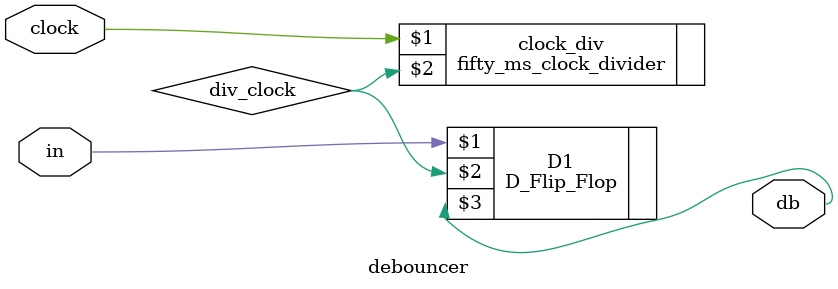
<source format=v>
`timescale 1ns / 1ps




// USED CIRCUIT SCHEMATIC FROM https://allaboutfpga.com/vhdl-code-for-debounce-circuit-in-fpga/

//May require this line in constraints file: set_property CLOCK_DEDICATED_ROUTE FALSE [get_nets BTNC_IBUF]
//Works for switches and buttons

module debouncer(
    input in,
    input clock,
    output db
    );
    
    wire div_clock;
    reg [5:0] counter;
    
    fifty_ms_clock_divider clock_div(clock,div_clock);
    D_Flip_Flop D1(in, div_clock,db);
    
    
    

    
endmodule
</source>
